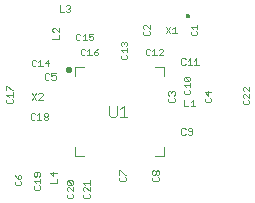
<source format=gbr>
G04 EAGLE Gerber RS-274X export*
G75*
%MOMM*%
%FSLAX34Y34*%
%LPD*%
%INSilkscreen Top*%
%IPPOS*%
%AMOC8*
5,1,8,0,0,1.08239X$1,22.5*%
G01*
%ADD10C,0.200000*%
%ADD11C,0.050800*%
%ADD12C,0.100000*%
%ADD13C,0.300000*%
%ADD14C,0.076200*%


D10*
X161000Y177000D02*
X161002Y177063D01*
X161008Y177125D01*
X161018Y177187D01*
X161031Y177249D01*
X161049Y177309D01*
X161070Y177368D01*
X161095Y177426D01*
X161124Y177482D01*
X161156Y177536D01*
X161191Y177588D01*
X161229Y177637D01*
X161271Y177685D01*
X161315Y177729D01*
X161363Y177771D01*
X161412Y177809D01*
X161464Y177844D01*
X161518Y177876D01*
X161574Y177905D01*
X161632Y177930D01*
X161691Y177951D01*
X161751Y177969D01*
X161813Y177982D01*
X161875Y177992D01*
X161937Y177998D01*
X162000Y178000D01*
X162063Y177998D01*
X162125Y177992D01*
X162187Y177982D01*
X162249Y177969D01*
X162309Y177951D01*
X162368Y177930D01*
X162426Y177905D01*
X162482Y177876D01*
X162536Y177844D01*
X162588Y177809D01*
X162637Y177771D01*
X162685Y177729D01*
X162729Y177685D01*
X162771Y177637D01*
X162809Y177588D01*
X162844Y177536D01*
X162876Y177482D01*
X162905Y177426D01*
X162930Y177368D01*
X162951Y177309D01*
X162969Y177249D01*
X162982Y177187D01*
X162992Y177125D01*
X162998Y177063D01*
X163000Y177000D01*
X162998Y176937D01*
X162992Y176875D01*
X162982Y176813D01*
X162969Y176751D01*
X162951Y176691D01*
X162930Y176632D01*
X162905Y176574D01*
X162876Y176518D01*
X162844Y176464D01*
X162809Y176412D01*
X162771Y176363D01*
X162729Y176315D01*
X162685Y176271D01*
X162637Y176229D01*
X162588Y176191D01*
X162536Y176156D01*
X162482Y176124D01*
X162426Y176095D01*
X162368Y176070D01*
X162309Y176049D01*
X162249Y176031D01*
X162187Y176018D01*
X162125Y176008D01*
X162063Y176002D01*
X162000Y176000D01*
X161937Y176002D01*
X161875Y176008D01*
X161813Y176018D01*
X161751Y176031D01*
X161691Y176049D01*
X161632Y176070D01*
X161574Y176095D01*
X161518Y176124D01*
X161464Y176156D01*
X161412Y176191D01*
X161363Y176229D01*
X161315Y176271D01*
X161271Y176315D01*
X161229Y176363D01*
X161191Y176412D01*
X161156Y176464D01*
X161124Y176518D01*
X161095Y176574D01*
X161070Y176632D01*
X161049Y176691D01*
X161031Y176751D01*
X161018Y176813D01*
X161008Y176875D01*
X161002Y176937D01*
X161000Y177000D01*
D11*
X143254Y167751D02*
X146918Y162254D01*
X143254Y162254D02*
X146918Y167751D01*
X148779Y165918D02*
X150611Y167751D01*
X150611Y162254D01*
X148779Y162254D02*
X152443Y162254D01*
X158754Y105751D02*
X158754Y100254D01*
X162418Y100254D01*
X164279Y103918D02*
X166111Y105751D01*
X166111Y100254D01*
X164279Y100254D02*
X167943Y100254D01*
X124249Y163002D02*
X125165Y163918D01*
X124249Y163002D02*
X124249Y161170D01*
X125165Y160254D01*
X128830Y160254D01*
X129746Y161170D01*
X129746Y163002D01*
X128830Y163918D01*
X129746Y165779D02*
X129746Y169443D01*
X129746Y165779D02*
X126082Y169443D01*
X125165Y169443D01*
X124249Y168527D01*
X124249Y166695D01*
X125165Y165779D01*
X164249Y163002D02*
X165165Y163918D01*
X164249Y163002D02*
X164249Y161170D01*
X165165Y160254D01*
X168830Y160254D01*
X169746Y161170D01*
X169746Y163002D01*
X168830Y163918D01*
X166082Y165779D02*
X164249Y167611D01*
X169746Y167611D01*
X169746Y165779D02*
X169746Y169443D01*
X146165Y107418D02*
X145249Y106502D01*
X145249Y104670D01*
X146165Y103754D01*
X149830Y103754D01*
X150746Y104670D01*
X150746Y106502D01*
X149830Y107418D01*
X146165Y109279D02*
X145249Y110195D01*
X145249Y112027D01*
X146165Y112943D01*
X147082Y112943D01*
X147998Y112027D01*
X147998Y111111D01*
X147998Y112027D02*
X148914Y112943D01*
X149830Y112943D01*
X150746Y112027D01*
X150746Y110195D01*
X149830Y109279D01*
X44418Y127335D02*
X43502Y128251D01*
X41670Y128251D01*
X40754Y127335D01*
X40754Y123670D01*
X41670Y122754D01*
X43502Y122754D01*
X44418Y123670D01*
X46279Y128251D02*
X49943Y128251D01*
X46279Y128251D02*
X46279Y125502D01*
X48111Y126418D01*
X49027Y126418D01*
X49943Y125502D01*
X49943Y123670D01*
X49027Y122754D01*
X47195Y122754D01*
X46279Y123670D01*
X104665Y40369D02*
X103749Y39453D01*
X103749Y37621D01*
X104665Y36705D01*
X108330Y36705D01*
X109246Y37621D01*
X109246Y39453D01*
X108330Y40369D01*
X103749Y42229D02*
X103749Y45894D01*
X104665Y45894D01*
X108330Y42229D01*
X109246Y42229D01*
X131749Y39453D02*
X132665Y40369D01*
X131749Y39453D02*
X131749Y37621D01*
X132665Y36705D01*
X136330Y36705D01*
X137246Y37621D01*
X137246Y39453D01*
X136330Y40369D01*
X132665Y42229D02*
X131749Y43145D01*
X131749Y44978D01*
X132665Y45894D01*
X133582Y45894D01*
X134498Y44978D01*
X135414Y45894D01*
X136330Y45894D01*
X137246Y44978D01*
X137246Y43145D01*
X136330Y42229D01*
X135414Y42229D01*
X134498Y43145D01*
X133582Y42229D01*
X132665Y42229D01*
X134498Y43145D02*
X134498Y44978D01*
X158249Y113428D02*
X159165Y114344D01*
X158249Y113428D02*
X158249Y111596D01*
X159165Y110680D01*
X162830Y110680D01*
X163746Y111596D01*
X163746Y113428D01*
X162830Y114344D01*
X160082Y116205D02*
X158249Y118037D01*
X163746Y118037D01*
X163746Y116205D02*
X163746Y119869D01*
X162830Y121729D02*
X159165Y121729D01*
X158249Y122645D01*
X158249Y124478D01*
X159165Y125394D01*
X162830Y125394D01*
X163746Y124478D01*
X163746Y122645D01*
X162830Y121729D01*
X159165Y125394D01*
X159918Y139835D02*
X159002Y140751D01*
X157170Y140751D01*
X156254Y139835D01*
X156254Y136170D01*
X157170Y135254D01*
X159002Y135254D01*
X159918Y136170D01*
X161779Y138918D02*
X163611Y140751D01*
X163611Y135254D01*
X161779Y135254D02*
X165443Y135254D01*
X167303Y138918D02*
X169136Y140751D01*
X169136Y135254D01*
X170968Y135254D02*
X167303Y135254D01*
X33344Y138835D02*
X32428Y139751D01*
X30596Y139751D01*
X29680Y138835D01*
X29680Y135170D01*
X30596Y134254D01*
X32428Y134254D01*
X33344Y135170D01*
X35205Y137918D02*
X37037Y139751D01*
X37037Y134254D01*
X35205Y134254D02*
X38869Y134254D01*
X43478Y134254D02*
X43478Y139751D01*
X40729Y137002D01*
X44394Y137002D01*
X70002Y161751D02*
X70918Y160835D01*
X70002Y161751D02*
X68170Y161751D01*
X67254Y160835D01*
X67254Y157170D01*
X68170Y156254D01*
X70002Y156254D01*
X70918Y157170D01*
X72779Y159918D02*
X74611Y161751D01*
X74611Y156254D01*
X72779Y156254D02*
X76443Y156254D01*
X78303Y161751D02*
X81968Y161751D01*
X78303Y161751D02*
X78303Y159002D01*
X80136Y159918D01*
X81052Y159918D01*
X81968Y159002D01*
X81968Y157170D01*
X81052Y156254D01*
X79220Y156254D01*
X78303Y157170D01*
X29705Y111251D02*
X33369Y105754D01*
X29705Y105754D02*
X33369Y111251D01*
X35229Y105754D02*
X38894Y105754D01*
X38894Y109418D02*
X35229Y105754D01*
X38894Y109418D02*
X38894Y110335D01*
X37978Y111251D01*
X36145Y111251D01*
X35229Y110335D01*
X9165Y106418D02*
X8249Y105502D01*
X8249Y103670D01*
X9165Y102754D01*
X12830Y102754D01*
X13746Y103670D01*
X13746Y105502D01*
X12830Y106418D01*
X10082Y108279D02*
X8249Y110111D01*
X13746Y110111D01*
X13746Y108279D02*
X13746Y111943D01*
X8249Y113803D02*
X8249Y117468D01*
X9165Y117468D01*
X12830Y113803D01*
X13746Y113803D01*
X31428Y94251D02*
X32344Y93335D01*
X31428Y94251D02*
X29596Y94251D01*
X28680Y93335D01*
X28680Y89670D01*
X29596Y88754D01*
X31428Y88754D01*
X32344Y89670D01*
X34205Y92418D02*
X36037Y94251D01*
X36037Y88754D01*
X34205Y88754D02*
X37869Y88754D01*
X39729Y93335D02*
X40645Y94251D01*
X42478Y94251D01*
X43394Y93335D01*
X43394Y92418D01*
X42478Y91502D01*
X43394Y90586D01*
X43394Y89670D01*
X42478Y88754D01*
X40645Y88754D01*
X39729Y89670D01*
X39729Y90586D01*
X40645Y91502D01*
X39729Y92418D01*
X39729Y93335D01*
X40645Y91502D02*
X42478Y91502D01*
X53254Y180254D02*
X53254Y185751D01*
X53254Y180254D02*
X56918Y180254D01*
X58779Y184835D02*
X59695Y185751D01*
X61527Y185751D01*
X62443Y184835D01*
X62443Y183918D01*
X61527Y183002D01*
X60611Y183002D01*
X61527Y183002D02*
X62443Y182086D01*
X62443Y181170D01*
X61527Y180254D01*
X59695Y180254D01*
X58779Y181170D01*
X52746Y157254D02*
X47249Y157254D01*
X52746Y157254D02*
X52746Y160918D01*
X52746Y162779D02*
X52746Y166443D01*
X52746Y162779D02*
X49082Y166443D01*
X48165Y166443D01*
X47249Y165527D01*
X47249Y163695D01*
X48165Y162779D01*
D12*
X66500Y66000D02*
X66500Y58500D01*
X74000Y58500D01*
X134000Y58500D02*
X141500Y58500D01*
X141500Y66000D01*
X141500Y126000D02*
X141500Y133500D01*
X134000Y133500D01*
X74000Y133500D02*
X66500Y133500D01*
X66500Y126000D01*
D13*
X60500Y131000D02*
X60502Y131063D01*
X60508Y131125D01*
X60518Y131187D01*
X60531Y131249D01*
X60549Y131309D01*
X60570Y131368D01*
X60595Y131426D01*
X60624Y131482D01*
X60656Y131536D01*
X60691Y131588D01*
X60729Y131637D01*
X60771Y131685D01*
X60815Y131729D01*
X60863Y131771D01*
X60912Y131809D01*
X60964Y131844D01*
X61018Y131876D01*
X61074Y131905D01*
X61132Y131930D01*
X61191Y131951D01*
X61251Y131969D01*
X61313Y131982D01*
X61375Y131992D01*
X61437Y131998D01*
X61500Y132000D01*
X61563Y131998D01*
X61625Y131992D01*
X61687Y131982D01*
X61749Y131969D01*
X61809Y131951D01*
X61868Y131930D01*
X61926Y131905D01*
X61982Y131876D01*
X62036Y131844D01*
X62088Y131809D01*
X62137Y131771D01*
X62185Y131729D01*
X62229Y131685D01*
X62271Y131637D01*
X62309Y131588D01*
X62344Y131536D01*
X62376Y131482D01*
X62405Y131426D01*
X62430Y131368D01*
X62451Y131309D01*
X62469Y131249D01*
X62482Y131187D01*
X62492Y131125D01*
X62498Y131063D01*
X62500Y131000D01*
X62498Y130937D01*
X62492Y130875D01*
X62482Y130813D01*
X62469Y130751D01*
X62451Y130691D01*
X62430Y130632D01*
X62405Y130574D01*
X62376Y130518D01*
X62344Y130464D01*
X62309Y130412D01*
X62271Y130363D01*
X62229Y130315D01*
X62185Y130271D01*
X62137Y130229D01*
X62088Y130191D01*
X62036Y130156D01*
X61982Y130124D01*
X61926Y130095D01*
X61868Y130070D01*
X61809Y130049D01*
X61749Y130031D01*
X61687Y130018D01*
X61625Y130008D01*
X61563Y130002D01*
X61500Y130000D01*
X61437Y130002D01*
X61375Y130008D01*
X61313Y130018D01*
X61251Y130031D01*
X61191Y130049D01*
X61132Y130070D01*
X61074Y130095D01*
X61018Y130124D01*
X60964Y130156D01*
X60912Y130191D01*
X60863Y130229D01*
X60815Y130271D01*
X60771Y130315D01*
X60729Y130363D01*
X60691Y130412D01*
X60656Y130464D01*
X60624Y130518D01*
X60595Y130574D01*
X60570Y130632D01*
X60549Y130691D01*
X60531Y130751D01*
X60518Y130813D01*
X60508Y130875D01*
X60502Y130937D01*
X60500Y131000D01*
D14*
X95381Y100627D02*
X95381Y92922D01*
X96922Y91381D01*
X100004Y91381D01*
X101545Y92922D01*
X101545Y100627D01*
X104589Y97545D02*
X107671Y100627D01*
X107671Y91381D01*
X104589Y91381D02*
X110753Y91381D01*
D11*
X159002Y81751D02*
X159918Y80835D01*
X159002Y81751D02*
X157170Y81751D01*
X156254Y80835D01*
X156254Y77170D01*
X157170Y76254D01*
X159002Y76254D01*
X159918Y77170D01*
X161779Y77170D02*
X162695Y76254D01*
X164527Y76254D01*
X165443Y77170D01*
X165443Y80835D01*
X164527Y81751D01*
X162695Y81751D01*
X161779Y80835D01*
X161779Y79918D01*
X162695Y79002D01*
X165443Y79002D01*
X176249Y106502D02*
X177165Y107418D01*
X176249Y106502D02*
X176249Y104670D01*
X177165Y103754D01*
X180830Y103754D01*
X181746Y104670D01*
X181746Y106502D01*
X180830Y107418D01*
X181746Y112027D02*
X176249Y112027D01*
X178998Y109279D01*
X178998Y112943D01*
X208249Y104502D02*
X209165Y105418D01*
X208249Y104502D02*
X208249Y102670D01*
X209165Y101754D01*
X212830Y101754D01*
X213746Y102670D01*
X213746Y104502D01*
X212830Y105418D01*
X213746Y107279D02*
X213746Y110943D01*
X213746Y107279D02*
X210082Y110943D01*
X209165Y110943D01*
X208249Y110027D01*
X208249Y108195D01*
X209165Y107279D01*
X213746Y112803D02*
X213746Y116468D01*
X210082Y116468D02*
X213746Y112803D01*
X210082Y116468D02*
X209165Y116468D01*
X208249Y115552D01*
X208249Y113720D01*
X209165Y112803D01*
X129918Y147835D02*
X129002Y148751D01*
X127170Y148751D01*
X126254Y147835D01*
X126254Y144170D01*
X127170Y143254D01*
X129002Y143254D01*
X129918Y144170D01*
X131779Y146918D02*
X133611Y148751D01*
X133611Y143254D01*
X131779Y143254D02*
X135443Y143254D01*
X137303Y143254D02*
X140968Y143254D01*
X140968Y146918D02*
X137303Y143254D01*
X140968Y146918D02*
X140968Y147835D01*
X140052Y148751D01*
X138220Y148751D01*
X137303Y147835D01*
X106165Y143918D02*
X105249Y143002D01*
X105249Y141170D01*
X106165Y140254D01*
X109830Y140254D01*
X110746Y141170D01*
X110746Y143002D01*
X109830Y143918D01*
X107082Y145779D02*
X105249Y147611D01*
X110746Y147611D01*
X110746Y145779D02*
X110746Y149443D01*
X106165Y151303D02*
X105249Y152220D01*
X105249Y154052D01*
X106165Y154968D01*
X107082Y154968D01*
X107998Y154052D01*
X107998Y153136D01*
X107998Y154052D02*
X108914Y154968D01*
X109830Y154968D01*
X110746Y154052D01*
X110746Y152220D01*
X109830Y151303D01*
X16165Y36869D02*
X15249Y35953D01*
X15249Y34121D01*
X16165Y33205D01*
X19830Y33205D01*
X20746Y34121D01*
X20746Y35953D01*
X19830Y36869D01*
X16165Y40562D02*
X15249Y42394D01*
X16165Y40562D02*
X17998Y38729D01*
X19830Y38729D01*
X20746Y39645D01*
X20746Y41478D01*
X19830Y42394D01*
X18914Y42394D01*
X17998Y41478D01*
X17998Y38729D01*
X31249Y32428D02*
X32165Y33344D01*
X31249Y32428D02*
X31249Y30596D01*
X32165Y29680D01*
X35830Y29680D01*
X36746Y30596D01*
X36746Y32428D01*
X35830Y33344D01*
X33082Y35205D02*
X31249Y37037D01*
X36746Y37037D01*
X36746Y35205D02*
X36746Y38869D01*
X35830Y40729D02*
X36746Y41645D01*
X36746Y43478D01*
X35830Y44394D01*
X32165Y44394D01*
X31249Y43478D01*
X31249Y41645D01*
X32165Y40729D01*
X33082Y40729D01*
X33998Y41645D01*
X33998Y44394D01*
X59249Y25428D02*
X60165Y26344D01*
X59249Y25428D02*
X59249Y23596D01*
X60165Y22680D01*
X63830Y22680D01*
X64746Y23596D01*
X64746Y25428D01*
X63830Y26344D01*
X64746Y28205D02*
X64746Y31869D01*
X64746Y28205D02*
X61082Y31869D01*
X60165Y31869D01*
X59249Y30953D01*
X59249Y29121D01*
X60165Y28205D01*
X60165Y33729D02*
X63830Y33729D01*
X60165Y33729D02*
X59249Y34645D01*
X59249Y36478D01*
X60165Y37394D01*
X63830Y37394D01*
X64746Y36478D01*
X64746Y34645D01*
X63830Y33729D01*
X60165Y37394D01*
X50746Y35254D02*
X45249Y35254D01*
X50746Y35254D02*
X50746Y38918D01*
X50746Y43527D02*
X45249Y43527D01*
X47998Y40779D01*
X47998Y44443D01*
X74918Y147835D02*
X74002Y148751D01*
X72170Y148751D01*
X71254Y147835D01*
X71254Y144170D01*
X72170Y143254D01*
X74002Y143254D01*
X74918Y144170D01*
X76779Y146918D02*
X78611Y148751D01*
X78611Y143254D01*
X76779Y143254D02*
X80443Y143254D01*
X84136Y147835D02*
X85968Y148751D01*
X84136Y147835D02*
X82303Y146002D01*
X82303Y144170D01*
X83220Y143254D01*
X85052Y143254D01*
X85968Y144170D01*
X85968Y145086D01*
X85052Y146002D01*
X82303Y146002D01*
X74165Y26344D02*
X73249Y25428D01*
X73249Y23596D01*
X74165Y22680D01*
X77830Y22680D01*
X78746Y23596D01*
X78746Y25428D01*
X77830Y26344D01*
X78746Y28205D02*
X78746Y31869D01*
X78746Y28205D02*
X75082Y31869D01*
X74165Y31869D01*
X73249Y30953D01*
X73249Y29121D01*
X74165Y28205D01*
X75082Y33729D02*
X73249Y35562D01*
X78746Y35562D01*
X78746Y37394D02*
X78746Y33729D01*
M02*

</source>
